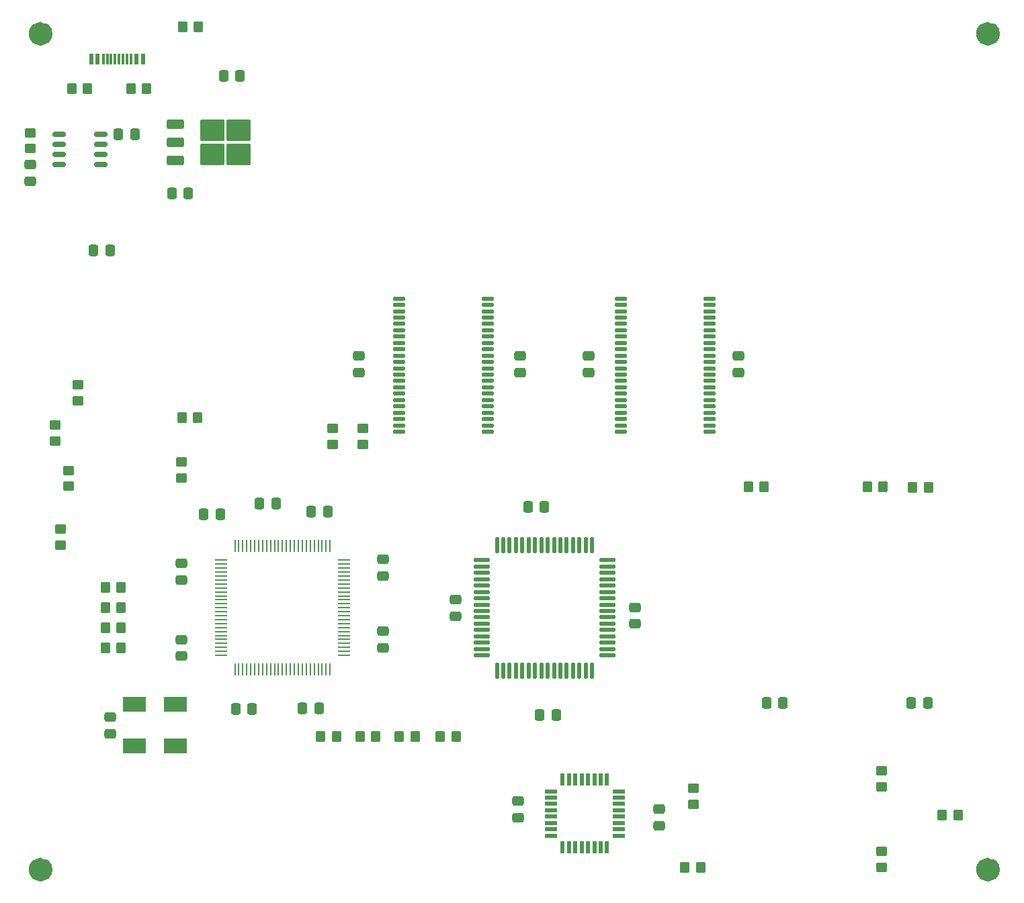
<source format=gbr>
G04 #@! TF.GenerationSoftware,KiCad,Pcbnew,7.0.7*
G04 #@! TF.CreationDate,2023-12-21T21:40:58+09:00*
G04 #@! TF.ProjectId,Pixy-68000,50697879-2d36-4383-9030-302e6b696361,rev?*
G04 #@! TF.SameCoordinates,Original*
G04 #@! TF.FileFunction,Paste,Top*
G04 #@! TF.FilePolarity,Positive*
%FSLAX46Y46*%
G04 Gerber Fmt 4.6, Leading zero omitted, Abs format (unit mm)*
G04 Created by KiCad (PCBNEW 7.0.7) date 2023-12-21 21:40:58*
%MOMM*%
%LPD*%
G01*
G04 APERTURE LIST*
G04 Aperture macros list*
%AMRoundRect*
0 Rectangle with rounded corners*
0 $1 Rounding radius*
0 $2 $3 $4 $5 $6 $7 $8 $9 X,Y pos of 4 corners*
0 Add a 4 corners polygon primitive as box body*
4,1,4,$2,$3,$4,$5,$6,$7,$8,$9,$2,$3,0*
0 Add four circle primitives for the rounded corners*
1,1,$1+$1,$2,$3*
1,1,$1+$1,$4,$5*
1,1,$1+$1,$6,$7*
1,1,$1+$1,$8,$9*
0 Add four rect primitives between the rounded corners*
20,1,$1+$1,$2,$3,$4,$5,0*
20,1,$1+$1,$4,$5,$6,$7,0*
20,1,$1+$1,$6,$7,$8,$9,0*
20,1,$1+$1,$8,$9,$2,$3,0*%
G04 Aperture macros list end*
%ADD10C,1.500000*%
%ADD11RoundRect,0.250000X-0.350000X-0.450000X0.350000X-0.450000X0.350000X0.450000X-0.350000X0.450000X0*%
%ADD12RoundRect,0.250000X0.450000X-0.350000X0.450000X0.350000X-0.450000X0.350000X-0.450000X-0.350000X0*%
%ADD13RoundRect,0.250000X-0.337500X-0.475000X0.337500X-0.475000X0.337500X0.475000X-0.337500X0.475000X0*%
%ADD14RoundRect,0.250000X-0.450000X0.350000X-0.450000X-0.350000X0.450000X-0.350000X0.450000X0.350000X0*%
%ADD15RoundRect,0.250000X-0.475000X0.337500X-0.475000X-0.337500X0.475000X-0.337500X0.475000X0.337500X0*%
%ADD16RoundRect,0.250000X0.350000X0.450000X-0.350000X0.450000X-0.350000X-0.450000X0.350000X-0.450000X0*%
%ADD17RoundRect,0.250000X0.337500X0.475000X-0.337500X0.475000X-0.337500X-0.475000X0.337500X-0.475000X0*%
%ADD18RoundRect,0.150000X-0.675000X-0.150000X0.675000X-0.150000X0.675000X0.150000X-0.675000X0.150000X0*%
%ADD19R,0.600000X1.450000*%
%ADD20R,0.300000X1.450000*%
%ADD21R,3.000000X1.980000*%
%ADD22R,1.562100X0.279400*%
%ADD23R,0.279400X1.562100*%
%ADD24RoundRect,0.250000X0.475000X-0.337500X0.475000X0.337500X-0.475000X0.337500X-0.475000X-0.337500X0*%
%ADD25R,1.600000X0.550000*%
%ADD26R,0.550000X1.600000*%
%ADD27RoundRect,0.250000X-0.850000X-0.350000X0.850000X-0.350000X0.850000X0.350000X-0.850000X0.350000X0*%
%ADD28RoundRect,0.250000X-1.275000X-1.125000X1.275000X-1.125000X1.275000X1.125000X-1.275000X1.125000X0*%
%ADD29RoundRect,0.137500X-0.625000X-0.137500X0.625000X-0.137500X0.625000X0.137500X-0.625000X0.137500X0*%
%ADD30RoundRect,0.137500X-0.862500X-0.137500X0.862500X-0.137500X0.862500X0.137500X-0.862500X0.137500X0*%
%ADD31RoundRect,0.137500X-0.137500X-0.862500X0.137500X-0.862500X0.137500X0.862500X-0.137500X0.862500X0*%
G04 APERTURE END LIST*
D10*
X150610000Y-135890000D02*
G75*
G03*
X150610000Y-135890000I-750000J0D01*
G01*
X31230000Y-135890000D02*
G75*
G03*
X31230000Y-135890000I-750000J0D01*
G01*
X150610000Y-30480000D02*
G75*
G03*
X150610000Y-30480000I-750000J0D01*
G01*
X31230000Y-30480000D02*
G75*
G03*
X31230000Y-30480000I-750000J0D01*
G01*
D11*
X134641456Y-87637124D03*
X136641456Y-87637124D03*
D12*
X112741487Y-127637285D03*
X112741487Y-125637285D03*
D13*
X53525591Y-35782885D03*
X55600591Y-35782885D03*
D14*
X67310000Y-80280000D03*
X67310000Y-82280000D03*
X32290731Y-79849579D03*
X32290731Y-81849579D03*
X29184551Y-42975176D03*
X29184551Y-44975176D03*
D12*
X33020000Y-94980000D03*
X33020000Y-92980000D03*
D15*
X70590000Y-71112500D03*
X70590000Y-73187500D03*
D13*
X91905000Y-90170000D03*
X93980000Y-90170000D03*
D16*
X121650000Y-87630000D03*
X119650000Y-87630000D03*
D13*
X37136145Y-57769320D03*
X39211145Y-57769320D03*
D17*
X142253007Y-114872441D03*
X140178007Y-114872441D03*
X95462968Y-116398828D03*
X93387968Y-116398828D03*
D18*
X32850000Y-43175364D03*
X32850000Y-44445364D03*
X32850000Y-45715364D03*
X32850000Y-46985364D03*
X38100000Y-46985364D03*
X38100000Y-45715364D03*
X38100000Y-44445364D03*
X38100000Y-43175364D03*
D11*
X38640000Y-105410000D03*
X40640000Y-105410000D03*
D15*
X39217195Y-116676503D03*
X39217195Y-118751503D03*
D19*
X43376384Y-33639319D03*
X42576384Y-33639319D03*
D20*
X41376384Y-33639319D03*
X40376384Y-33639319D03*
X39876384Y-33639319D03*
X38876384Y-33639319D03*
D19*
X37676384Y-33639319D03*
X36876384Y-33639319D03*
X36876384Y-33639319D03*
X37676384Y-33639319D03*
D20*
X38376384Y-33639319D03*
X39376384Y-33639319D03*
X40876384Y-33639319D03*
X41876384Y-33639319D03*
D19*
X42576384Y-33639319D03*
X43376384Y-33639319D03*
D13*
X47020464Y-50628642D03*
X49095464Y-50628642D03*
D11*
X38640000Y-102870000D03*
X40640000Y-102870000D03*
D14*
X136489299Y-123452879D03*
X136489299Y-125452879D03*
D12*
X35160110Y-76775732D03*
X35160110Y-74775732D03*
D15*
X99567500Y-71112500D03*
X99567500Y-73187500D03*
D14*
X34036904Y-85535235D03*
X34036904Y-87535235D03*
D21*
X42272272Y-115045704D03*
X42272272Y-120305704D03*
X47472272Y-120305704D03*
X47472272Y-115045704D03*
D22*
X53181250Y-96869999D03*
X53181250Y-97370001D03*
X53181250Y-97870000D03*
X53181250Y-98369999D03*
X53181250Y-98870000D03*
X53181250Y-99369999D03*
X53181250Y-99870001D03*
X53181250Y-100370000D03*
X53181250Y-100869999D03*
X53181250Y-101370000D03*
X53181250Y-101869999D03*
X53181250Y-102369998D03*
X53181250Y-102870000D03*
X53181250Y-103369999D03*
X53181250Y-103870001D03*
X53181250Y-104370000D03*
X53181250Y-104869999D03*
X53181250Y-105370000D03*
X53181250Y-105869999D03*
X53181250Y-106370001D03*
X53181250Y-106870000D03*
X53181250Y-107369999D03*
X53181250Y-107870000D03*
X53181250Y-108369999D03*
X53181250Y-108870001D03*
D23*
X54959999Y-110648750D03*
X55460001Y-110648750D03*
X55960000Y-110648750D03*
X56459999Y-110648750D03*
X56960000Y-110648750D03*
X57459999Y-110648750D03*
X57960001Y-110648750D03*
X58460000Y-110648750D03*
X58959999Y-110648750D03*
X59460000Y-110648750D03*
X59959999Y-110648750D03*
X60460001Y-110648750D03*
X60960000Y-110648750D03*
X61459999Y-110648750D03*
X61960001Y-110648750D03*
X62460000Y-110648750D03*
X62960001Y-110648750D03*
X63460000Y-110648750D03*
X63959999Y-110648750D03*
X64460001Y-110648750D03*
X64960000Y-110648750D03*
X65460001Y-110648750D03*
X65960000Y-110648750D03*
X66459999Y-110648750D03*
X66960001Y-110648750D03*
D22*
X68738750Y-108870001D03*
X68738750Y-108369999D03*
X68738750Y-107870000D03*
X68738750Y-107370001D03*
X68738750Y-106870000D03*
X68738750Y-106370001D03*
X68738750Y-105869999D03*
X68738750Y-105370000D03*
X68738750Y-104870001D03*
X68738750Y-104370000D03*
X68738750Y-103870001D03*
X68738750Y-103369999D03*
X68738750Y-102870000D03*
X68738750Y-102370001D03*
X68738750Y-101869999D03*
X68738750Y-101370000D03*
X68738750Y-100869999D03*
X68738750Y-100370000D03*
X68738750Y-99870001D03*
X68738750Y-99369999D03*
X68738750Y-98870000D03*
X68738750Y-98369999D03*
X68738750Y-97870000D03*
X68738750Y-97370001D03*
X68738750Y-96869999D03*
D23*
X66960001Y-95091250D03*
X66459999Y-95091250D03*
X65960000Y-95091250D03*
X65460001Y-95091250D03*
X64960000Y-95091250D03*
X64460001Y-95091250D03*
X63959999Y-95091250D03*
X63460000Y-95091250D03*
X62960001Y-95091250D03*
X62460000Y-95091250D03*
X61960001Y-95091250D03*
X61459999Y-95091250D03*
X60960000Y-95091250D03*
X60460001Y-95091250D03*
X59959999Y-95091250D03*
X59460000Y-95091250D03*
X58959999Y-95091250D03*
X58460000Y-95091250D03*
X57960001Y-95091250D03*
X57459999Y-95091250D03*
X56960000Y-95091250D03*
X56459999Y-95091250D03*
X55960000Y-95091250D03*
X55460001Y-95091250D03*
X54959999Y-95091250D03*
D16*
X146067375Y-129013899D03*
X144067375Y-129013899D03*
D24*
X118385000Y-73187500D03*
X118385000Y-71112500D03*
D14*
X136469889Y-133594922D03*
X136469889Y-135594922D03*
D16*
X82829012Y-119140172D03*
X80829012Y-119140172D03*
D25*
X94810000Y-126010000D03*
X94810000Y-126810000D03*
X94810000Y-127610000D03*
X94810000Y-128410000D03*
X94810000Y-129210000D03*
X94810000Y-130010000D03*
X94810000Y-130810000D03*
X94810000Y-131610000D03*
D26*
X96260000Y-133060000D03*
X97060000Y-133060000D03*
X97860000Y-133060000D03*
X98660000Y-133060000D03*
X99460000Y-133060000D03*
X100260000Y-133060000D03*
X101060000Y-133060000D03*
X101860000Y-133060000D03*
D25*
X103310000Y-131610000D03*
X103310000Y-130810000D03*
X103310000Y-130010000D03*
X103310000Y-129210000D03*
X103310000Y-128410000D03*
X103310000Y-127610000D03*
X103310000Y-126810000D03*
X103310000Y-126010000D03*
D26*
X101860000Y-124560000D03*
X101060000Y-124560000D03*
X100260000Y-124560000D03*
X99460000Y-124560000D03*
X98660000Y-124560000D03*
X97860000Y-124560000D03*
X97060000Y-124560000D03*
X96260000Y-124560000D03*
D11*
X111660259Y-135605115D03*
X113660259Y-135605115D03*
D13*
X64583052Y-90707643D03*
X66658052Y-90707643D03*
D11*
X38640000Y-100330000D03*
X40640000Y-100330000D03*
D16*
X142369201Y-87670178D03*
X140369201Y-87670178D03*
D13*
X121947356Y-114838003D03*
X124022356Y-114838003D03*
D15*
X73660000Y-96752500D03*
X73660000Y-98827500D03*
D13*
X58082538Y-89738182D03*
X60157538Y-89738182D03*
D24*
X73660000Y-107926951D03*
X73660000Y-105851951D03*
D27*
X47463261Y-41910364D03*
X47463261Y-44190364D03*
X47463261Y-46470364D03*
D28*
X52088261Y-42665364D03*
X52088261Y-45715364D03*
X55438261Y-42665364D03*
X55438261Y-45715364D03*
D24*
X90610000Y-129307500D03*
X90610000Y-127232500D03*
D15*
X48233713Y-97264003D03*
X48233713Y-99339003D03*
D11*
X48381861Y-29642169D03*
X50381861Y-29642169D03*
D24*
X48260000Y-108985274D03*
X48260000Y-106910274D03*
D16*
X77664083Y-119140172D03*
X75664083Y-119140172D03*
X36402874Y-37365301D03*
X34402874Y-37365301D03*
D14*
X48260000Y-84471802D03*
X48260000Y-86471802D03*
D16*
X67754136Y-119140172D03*
X65754136Y-119140172D03*
D29*
X103632500Y-63870000D03*
X103632500Y-64670000D03*
X103632500Y-65470000D03*
X103632500Y-66270000D03*
X103632500Y-67070000D03*
X103632500Y-67870000D03*
X103632500Y-68670000D03*
X103632500Y-69470000D03*
X103632500Y-70270000D03*
X103632500Y-71070000D03*
X103632500Y-71870000D03*
X103632500Y-72670000D03*
X103632500Y-73470000D03*
X103632500Y-74270000D03*
X103632500Y-75070000D03*
X103632500Y-75870000D03*
X103632500Y-76670000D03*
X103632500Y-77470000D03*
X103632500Y-78270000D03*
X103632500Y-79070000D03*
X103632500Y-79870000D03*
X103632500Y-80670000D03*
X114807500Y-80670000D03*
X114807500Y-79870000D03*
X114807500Y-79070000D03*
X114807500Y-78270000D03*
X114807500Y-77470000D03*
X114807500Y-76670000D03*
X114807500Y-75870000D03*
X114807500Y-75070000D03*
X114807500Y-74270000D03*
X114807500Y-73470000D03*
X114807500Y-72670000D03*
X114807500Y-71870000D03*
X114807500Y-71070000D03*
X114807500Y-70270000D03*
X114807500Y-69470000D03*
X114807500Y-68670000D03*
X114807500Y-67870000D03*
X114807500Y-67070000D03*
X114807500Y-66270000D03*
X114807500Y-65470000D03*
X114807500Y-64670000D03*
X114807500Y-63870000D03*
D15*
X82782500Y-101832500D03*
X82782500Y-103907500D03*
D11*
X41853579Y-37365301D03*
X43853579Y-37365301D03*
D29*
X75692500Y-63870000D03*
X75692500Y-64670000D03*
X75692500Y-65470000D03*
X75692500Y-66270000D03*
X75692500Y-67070000D03*
X75692500Y-67870000D03*
X75692500Y-68670000D03*
X75692500Y-69470000D03*
X75692500Y-70270000D03*
X75692500Y-71070000D03*
X75692500Y-71870000D03*
X75692500Y-72670000D03*
X75692500Y-73470000D03*
X75692500Y-74270000D03*
X75692500Y-75070000D03*
X75692500Y-75870000D03*
X75692500Y-76670000D03*
X75692500Y-77470000D03*
X75692500Y-78270000D03*
X75692500Y-79070000D03*
X75692500Y-79870000D03*
X75692500Y-80670000D03*
X86867500Y-80670000D03*
X86867500Y-79870000D03*
X86867500Y-79070000D03*
X86867500Y-78270000D03*
X86867500Y-77470000D03*
X86867500Y-76670000D03*
X86867500Y-75870000D03*
X86867500Y-75070000D03*
X86867500Y-74270000D03*
X86867500Y-73470000D03*
X86867500Y-72670000D03*
X86867500Y-71870000D03*
X86867500Y-71070000D03*
X86867500Y-70270000D03*
X86867500Y-69470000D03*
X86867500Y-68670000D03*
X86867500Y-67870000D03*
X86867500Y-67070000D03*
X86867500Y-66270000D03*
X86867500Y-65470000D03*
X86867500Y-64670000D03*
X86867500Y-63870000D03*
D11*
X48283055Y-78849925D03*
X50283055Y-78849925D03*
D24*
X108390000Y-130345000D03*
X108390000Y-128270000D03*
D14*
X71120000Y-80280000D03*
X71120000Y-82280000D03*
D13*
X40302903Y-43168058D03*
X42377903Y-43168058D03*
D16*
X72709110Y-119098181D03*
X70709110Y-119098181D03*
D17*
X53118951Y-91112332D03*
X51043951Y-91112332D03*
D13*
X55069174Y-115673952D03*
X57144174Y-115673952D03*
D30*
X86055000Y-96870000D03*
X86055000Y-97670000D03*
X86055000Y-98470000D03*
X86055000Y-99270000D03*
X86055000Y-100070000D03*
X86055000Y-100870000D03*
X86055000Y-101670000D03*
X86055000Y-102470000D03*
X86055000Y-103270000D03*
X86055000Y-104070000D03*
X86055000Y-104870000D03*
X86055000Y-105670000D03*
X86055000Y-106470000D03*
X86055000Y-107270000D03*
X86055000Y-108070000D03*
X86055000Y-108870000D03*
D31*
X87980000Y-110795000D03*
X88780000Y-110795000D03*
X89580000Y-110795000D03*
X90380000Y-110795000D03*
X91180000Y-110795000D03*
X91980000Y-110795000D03*
X92780000Y-110795000D03*
X93580000Y-110795000D03*
X94380000Y-110795000D03*
X95180000Y-110795000D03*
X95980000Y-110795000D03*
X96780000Y-110795000D03*
X97580000Y-110795000D03*
X98380000Y-110795000D03*
X99180000Y-110795000D03*
X99980000Y-110795000D03*
D30*
X101905000Y-108870000D03*
X101905000Y-108070000D03*
X101905000Y-107270000D03*
X101905000Y-106470000D03*
X101905000Y-105670000D03*
X101905000Y-104870000D03*
X101905000Y-104070000D03*
X101905000Y-103270000D03*
X101905000Y-102470000D03*
X101905000Y-101670000D03*
X101905000Y-100870000D03*
X101905000Y-100070000D03*
X101905000Y-99270000D03*
X101905000Y-98470000D03*
X101905000Y-97670000D03*
X101905000Y-96870000D03*
D31*
X99980000Y-94945000D03*
X99180000Y-94945000D03*
X98380000Y-94945000D03*
X97580000Y-94945000D03*
X96780000Y-94945000D03*
X95980000Y-94945000D03*
X95180000Y-94945000D03*
X94380000Y-94945000D03*
X93580000Y-94945000D03*
X92780000Y-94945000D03*
X91980000Y-94945000D03*
X91180000Y-94945000D03*
X90380000Y-94945000D03*
X89580000Y-94945000D03*
X88780000Y-94945000D03*
X87980000Y-94945000D03*
D15*
X29166342Y-46994372D03*
X29166342Y-49069372D03*
D17*
X65550027Y-115570000D03*
X63475027Y-115570000D03*
D24*
X90910000Y-73187500D03*
X90910000Y-71112500D03*
D15*
X105418038Y-102808161D03*
X105418038Y-104883161D03*
D11*
X38640000Y-107950000D03*
X40640000Y-107950000D03*
M02*

</source>
